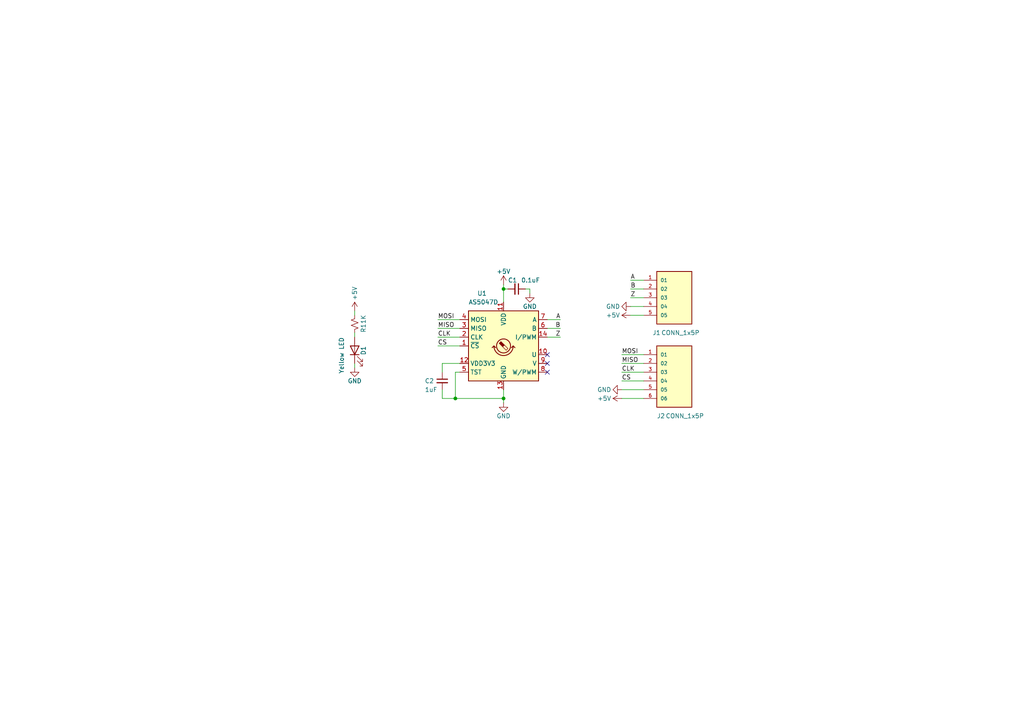
<source format=kicad_sch>
(kicad_sch (version 20230121) (generator eeschema)
  (paper "A4")
  (lib_symbols
    (symbol "3rd_Connector_Generic:CONN_1x5P" (pin_names (offset 1.016))
      (property "Reference" "J" (at -1.27 8.89 0))
      (property "Value" "CONN_1x5P" (at -5.08 -10.16 0))
      (symbol "CONN_1x5P_0_0"
        (rectangle (start -5.08 7.62) (end 5.08 -7.62) (stroke (width 0.254)) (fill (type background)))
        (pin passive line (at -8.89 5.08 0) (length 3.81) (name "01") (number "1"))
        (pin passive line (at -8.89 2.54 0) (length 3.81) (name "02") (number "2"))
        (pin passive line (at -8.89 0 0) (length 3.81) (name "03") (number "3"))
        (pin passive line (at -8.89 -2.54 0) (length 3.81) (name "04") (number "4"))
        (pin passive line (at -8.89 -5.08 0) (length 3.81) (name "05") (number "5"))
      )
    )
    (symbol "3rd_Connector_Generic:CONN_1x6P" (pin_names (offset 1.016))
      (property "Reference" "J" (at 0 8.89 0))
      (property "Value" "CONN_1x6P" (at -5.08 -12.7 0))
      (symbol "CONN_1x6P_0_0"
        (rectangle (start -5.08 7.62) (end 5.08 -10.16) (stroke (width 0.254)) (fill (type background)))
        (pin passive line (at -8.89 5.08 0) (length 3.81) (name "01") (number "1"))
        (pin passive line (at -8.89 2.54 0) (length 3.81) (name "02") (number "2"))
        (pin passive line (at -8.89 0 0) (length 3.81) (name "03") (number "3"))
        (pin passive line (at -8.89 -2.54 0) (length 3.81) (name "04") (number "4"))
        (pin passive line (at -8.89 -5.08 0) (length 3.81) (name "05") (number "5"))
        (pin passive line (at -8.89 -7.62 0) (length 3.81) (name "06") (number "6"))
      )
    )
    (symbol "Device:C_Small" (pin_numbers hide) (pin_names (offset 0.254) hide)
      (property "Reference" "C" (at 0.254 1.778 0))
      (property "Value" "C_Small" (at 0.254 -2.032 0))
      (symbol "C_Small_0_1"
        (polyline (pts (xy -1.524 -0.508) (xy 1.524 -0.508)) (stroke (width 0.3302)))
        (polyline (pts (xy -1.524 0.508) (xy 1.524 0.508)) (stroke (width 0.3048)))
      )
      (symbol "C_Small_1_1"
        (pin passive line (at 0 2.54 270) (length 2.032) (name "~") (number "1"))
        (pin passive line (at 0 -2.54 90) (length 2.032) (name "~") (number "2"))
      )
    )
    (symbol "Device:LED" (pin_numbers hide) (pin_names (offset 1.016) hide)
      (property "Reference" "D" (at 0 2.54 0))
      (property "Value" "LED" (at 0 -2.54 0))
      (symbol "LED_0_1"
        (polyline (pts (xy -1.27 -1.27) (xy -1.27 1.27)) (stroke (width 0.254)))
        (polyline (pts (xy -1.27 0) (xy 1.27 0)))
        (polyline (pts (xy 1.27 -1.27) (xy 1.27 1.27) (xy -1.27 0) (xy 1.27 -1.27)) (stroke (width 0.254)))
        (polyline (pts (xy -3.048 -0.762) (xy -4.572 -2.286) (xy -3.81 -2.286) (xy -4.572 -2.286) (xy -4.572 -1.524)))
        (polyline (pts (xy -1.778 -0.762) (xy -3.302 -2.286) (xy -2.54 -2.286) (xy -3.302 -2.286) (xy -3.302 -1.524)))
      )
      (symbol "LED_1_1"
        (pin passive line (at -3.81 0 0) (length 2.54) (name "K") (number "1"))
        (pin passive line (at 3.81 0 180) (length 2.54) (name "A") (number "2"))
      )
    )
    (symbol "Device:R_Small_US" (pin_numbers hide) (pin_names (offset 0.254) hide)
      (property "Reference" "R" (at 0.762 0.508 0))
      (property "Value" "R_Small_US" (at 0.762 -1.016 0))
      (symbol "R_Small_US_1_1"
        (polyline (pts (xy 0 0) (xy 1.016 -0.381) (xy 0 -0.762) (xy -1.016 -1.143) (xy 0 -1.524)))
        (polyline (pts (xy 0 1.524) (xy 1.016 1.143) (xy 0 0.762) (xy -1.016 0.381) (xy 0 0)))
        (pin passive line (at 0 2.54 270) (length 1.016) (name "~") (number "1"))
        (pin passive line (at 0 -2.54 90) (length 1.016) (name "~") (number "2"))
      )
    )
    (symbol "Sensor_Magnetic:AS5047D"
      (property "Reference" "U" (at -8.89 11.43 0))
      (property "Value" "AS5047D" (at 5.08 11.43 0))
      (symbol "AS5047D_1_1"
        (rectangle (start -10.16 10.16) (end 10.16 -10.16) (stroke (width 0.254)) (fill (type background)))
        (arc (start -2.794 0) (mid 0 -2.7819) (end 2.794 0) (stroke (width 0.254)))
        (polyline (pts (xy -2.794 0) (xy -3.302 -0.508)) (stroke (width 0.254)))
        (polyline (pts (xy -2.794 0) (xy -2.286 -0.508)) (stroke (width 0.254)))
        (polyline (pts (xy 2.794 0) (xy 2.286 -0.508)) (stroke (width 0.254)))
        (polyline (pts (xy 2.794 0) (xy 3.302 -0.508)) (stroke (width 0.254)))
        (polyline (pts (xy 0.254 0.254) (xy 1.27 -0.762) (xy 0.762 -1.27) (xy -0.254 -0.254)))
        (polyline (pts (xy -0.762 1.27) (xy 0.254 0.254) (xy -0.254 -0.254) (xy -1.27 0.762) (xy -1.016 1.016) (xy -0.762 1.27) (xy -0.635 1.143)) (fill (type outline)))
        (circle (center 0 0) (radius 2.032) (stroke (width 0.254)))
        (pin input line (at -12.7 0 0) (length 2.54) (name "~{CS}") (number "1"))
        (pin output line (at 12.7 -2.54 180) (length 2.54) (name "U") (number "10"))
        (pin power_in line (at 0 12.7 270) (length 2.54) (name "VDD") (number "11"))
        (pin power_out line (at -12.7 -5.08 0) (length 2.54) (name "VDD3V3") (number "12"))
        (pin power_in line (at 0 -12.7 90) (length 2.54) (name "GND") (number "13"))
        (pin output line (at 12.7 2.54 180) (length 2.54) (name "I/PWM") (number "14"))
        (pin input line (at -12.7 2.54 0) (length 2.54) (name "CLK") (number "2"))
        (pin output line (at -12.7 5.08 0) (length 2.54) (name "MISO") (number "3"))
        (pin input line (at -12.7 7.62 0) (length 2.54) (name "MOSI") (number "4"))
        (pin input line (at -12.7 -7.62 0) (length 2.54) (name "TST") (number "5"))
        (pin output line (at 12.7 5.08 180) (length 2.54) (name "B") (number "6"))
        (pin output line (at 12.7 7.62 180) (length 2.54) (name "A") (number "7"))
        (pin output line (at 12.7 -7.62 180) (length 2.54) (name "W/PWM") (number "8"))
        (pin output line (at 12.7 -5.08 180) (length 2.54) (name "V") (number "9"))
      )
    )
    (symbol "power:+5V" (power) (pin_names (offset 0))
      (property "Value" "+5V" (at 0 3.556 0))
      (symbol "+5V_0_1"
        (polyline (pts (xy -0.762 1.27) (xy 0 2.54)))
        (polyline (pts (xy 0 0) (xy 0 2.54)))
        (polyline (pts (xy 0 2.54) (xy 0.762 1.27)))
      )
      (symbol "+5V_1_1"
        (pin power_in line (at 0 0 90) (length 0) hide (name "+5V") (number "1"))
      )
    )
    (symbol "power:GND" (power) (pin_names (offset 0))
      (property "Value" "GND" (at 0 -3.81 0))
      (symbol "GND_0_1"
        (polyline (pts (xy 0 0) (xy 0 -1.27) (xy 1.27 -1.27) (xy 0 -2.54) (xy -1.27 -1.27) (xy 0 -1.27)))
      )
      (symbol "GND_1_1"
        (pin power_in line (at 0 0 270) (length 0) hide (name "GND") (number "1"))
      )
    )
  )
  (junction (at 132.08 115.57))
  (junction (at 146.05 115.57))
  (junction (at 146.05 83.82))
  (no_connect (at 158.75 105.41))
  (no_connect (at 158.75 107.95))
  (no_connect (at 158.75 102.87))
  (wire (pts (xy 152.4 83.82) (xy 153.67 83.82)))
  (wire (pts (xy 127 95.25) (xy 133.35 95.25)))
  (wire (pts (xy 162.56 95.25) (xy 158.75 95.25)))
  (wire (pts (xy 180.34 102.87) (xy 186.69 102.87)))
  (wire (pts (xy 146.05 116.84) (xy 146.05 115.57)))
  (wire (pts (xy 128.27 105.41) (xy 133.35 105.41)))
  (wire (pts (xy 127 100.33) (xy 133.35 100.33)))
  (wire (pts (xy 162.56 97.79) (xy 158.75 97.79)))
  (wire (pts (xy 180.34 113.03) (xy 186.69 113.03)))
  (wire (pts (xy 182.88 91.44) (xy 186.69 91.44)))
  (wire (pts (xy 132.08 115.57) (xy 132.08 107.95)))
  (wire (pts (xy 127 97.79) (xy 133.35 97.79)))
  (wire (pts (xy 128.27 107.95) (xy 128.27 105.41)))
  (wire (pts (xy 127 92.71) (xy 133.35 92.71)))
  (wire (pts (xy 102.87 106.68) (xy 102.87 105.41)))
  (wire (pts (xy 132.08 107.95) (xy 133.35 107.95)))
  (wire (pts (xy 146.05 115.57) (xy 132.08 115.57)))
  (wire (pts (xy 146.05 113.03) (xy 146.05 115.57)))
  (wire (pts (xy 146.05 83.82) (xy 147.32 83.82)))
  (wire (pts (xy 102.87 96.52) (xy 102.87 97.79)))
  (wire (pts (xy 182.88 86.36) (xy 186.69 86.36)))
  (wire (pts (xy 153.67 83.82) (xy 153.67 85.09)))
  (wire (pts (xy 182.88 83.82) (xy 186.69 83.82)))
  (wire (pts (xy 128.27 115.57) (xy 132.08 115.57)))
  (wire (pts (xy 128.27 113.03) (xy 128.27 115.57)))
  (wire (pts (xy 180.34 115.57) (xy 186.69 115.57)))
  (wire (pts (xy 102.87 90.17) (xy 102.87 91.44)))
  (wire (pts (xy 146.05 83.82) (xy 146.05 87.63)))
  (wire (pts (xy 146.05 82.55) (xy 146.05 83.82)))
  (wire (pts (xy 182.88 81.28) (xy 186.69 81.28)))
  (wire (pts (xy 180.34 110.49) (xy 186.69 110.49)))
  (wire (pts (xy 182.88 88.9) (xy 186.69 88.9)))
  (wire (pts (xy 180.34 107.95) (xy 186.69 107.95)))
  (wire (pts (xy 180.34 105.41) (xy 186.69 105.41)))
  (wire (pts (xy 162.56 92.71) (xy 158.75 92.71)))
  (label "B" (at 182.88 83.82 0))
  (label "CS" (at 180.34 110.49 0))
  (label "MOSI" (at 127 92.71 0))
  (label "MISO" (at 127 95.25 0))
  (label "B" (at 162.56 95.25 180))
  (label "MOSI" (at 180.34 102.87 0))
  (label "CLK" (at 180.34 107.95 0))
  (label "Z" (at 182.88 86.36 0))
  (label "MISO" (at 180.34 105.41 0))
  (label "A" (at 162.56 92.71 180))
  (label "CS" (at 127 100.33 0))
  (label "A" (at 182.88 81.28 0))
  (label "CLK" (at 127 97.79 0))
  (label "Z" (at 162.56 97.79 180))
  (symbol (lib_id "Sensor_Magnetic:AS5047D") (at 146.05 100.33 0) (unit 1)
    (property "Reference" "U1" (at 138.43 85.09 0) (effects (justify left)))
    (property "Value" "AS5047D" (at 135.89 87.63 0) (effects (justify left)))
    (property "Footprint" "Package_SO:TSSOP-14_4.4x5mm_P0.65mm" (effects hide))
    (property "Datasheet" "https://ams.com/documents/20143/36005/AS5047D_DS000394_2-00.pdf" (effects hide))
  )
  (symbol (lib_id "Device:C_Small") (at 149.86 83.82 270) (unit 1)
    (property "Reference" "C1" (at 147.32 81.28 90) (effects (justify left)))
    (property "Value" "0.1uF" (at 151.13 81.28 90) (effects (justify left)))
    (property "Footprint" "Capacitor_SMD:C_0603_1608Metric" (effects hide))
  )
  (symbol (lib_id "power:+5V") (at 102.87 90.17 0) (unit 1)
    (property "Reference" "#PWR09" (effects hide))
    (property "Value" "+5V" (at 102.87 85.09 90))
  )
  (symbol (lib_id "power:GND") (at 102.87 106.68 0) (unit 1)
    (property "Reference" "#PWR08" (effects hide))
    (property "Value" "GND" (at 102.87 110.49 0))
  )
  (symbol (lib_id "Device:LED") (at 102.87 101.6 90) (unit 1)
    (property "Reference" "D1" (at 105.41 100.33 0) (effects (justify right)))
    (property "Value" "Yellow LED" (at 99.06 97.79 0) (effects (justify right)))
    (property "Footprint" "LED_SMD:LED_0603_1608Metric" (effects hide))
  )
  (symbol (lib_id "power:+5V") (at 180.34 115.57 90) (unit 1)
    (property "Reference" "#PWR07" (effects hide))
    (property "Value" "+5V" (at 175.26 115.57 90))
  )
  (symbol (lib_id "3rd_Connector_Generic:CONN_1x6P") (at 195.58 107.95 0) (unit 1)
    (property "Reference" "J2" (at 190.5 120.65 0) (effects (justify left)))
    (property "Value" "CONN_1x5P" (at 193.04 120.65 0) (effects (justify left)))
    (property "Footprint" "3rd_Connector_JST_SMD:CONN-SMD_1x6P-P1.0-H_WAFER-SH1.0-6PWB" (effects hide))
    (property "MANUFACTURER" "SAMTEC" (effects hide))
  )
  (symbol (lib_id "power:GND") (at 180.34 113.03 270) (unit 1)
    (property "Reference" "#PWR06" (effects hide))
    (property "Value" "GND" (at 175.26 113.03 90))
  )
  (symbol (lib_id "power:GND") (at 182.88 88.9 270) (unit 1)
    (property "Reference" "#PWR05" (effects hide))
    (property "Value" "GND" (at 177.8 88.9 90))
  )
  (symbol (lib_id "Device:R_Small_US") (at 102.87 93.98 0) (mirror y) (unit 1)
    (property "Reference" "R1" (at 105.41 96.52 90) (effects (justify left)))
    (property "Value" "1K" (at 105.41 93.98 90) (effects (justify left)))
    (property "Footprint" "Resistor_SMD:R_0603_1608Metric" (effects hide))
  )
  (symbol (lib_id "power:+5V") (at 146.05 82.55 0) (unit 1)
    (property "Reference" "#PWR02" (effects hide))
    (property "Value" "+5V" (at 146.05 78.74 0))
  )
  (symbol (lib_id "power:GND") (at 146.05 116.84 0) (unit 1)
    (property "Reference" "#PWR01" (effects hide))
    (property "Value" "GND" (at 146.05 120.65 0))
  )
  (symbol (lib_id "power:+5V") (at 182.88 91.44 90) (unit 1)
    (property "Reference" "#PWR04" (effects hide))
    (property "Value" "+5V" (at 177.8 91.44 90))
  )
  (symbol (lib_id "power:GND") (at 153.67 85.09 0) (unit 1)
    (property "Reference" "#PWR03" (effects hide))
    (property "Value" "GND" (at 153.67 88.9 0))
  )
  (symbol (lib_id "3rd_Connector_Generic:CONN_1x5P") (at 195.58 86.36 0) (unit 1)
    (property "Reference" "J1" (at 189.23 96.52 0) (effects (justify left)))
    (property "Value" "CONN_1x5P" (at 191.77 96.52 0) (effects (justify left)))
    (property "Footprint" "3rd_Connector_JST_SMD:CONN-SMD_1x5P-P1.0-H_WAFER-SH1.0-5PWB" (effects hide))
    (property "MANUFACTURER" "SAMTEC" (effects hide))
  )
  (symbol (lib_id "Device:C_Small") (at 128.27 110.49 0) (unit 1)
    (property "Reference" "C2" (at 123.19 110.49 0) (effects (justify left)))
    (property "Value" "1uF" (at 123.19 113.03 0) (effects (justify left)))
    (property "Footprint" "Capacitor_SMD:C_0603_1608Metric" (effects hide))
  )
)
</source>
